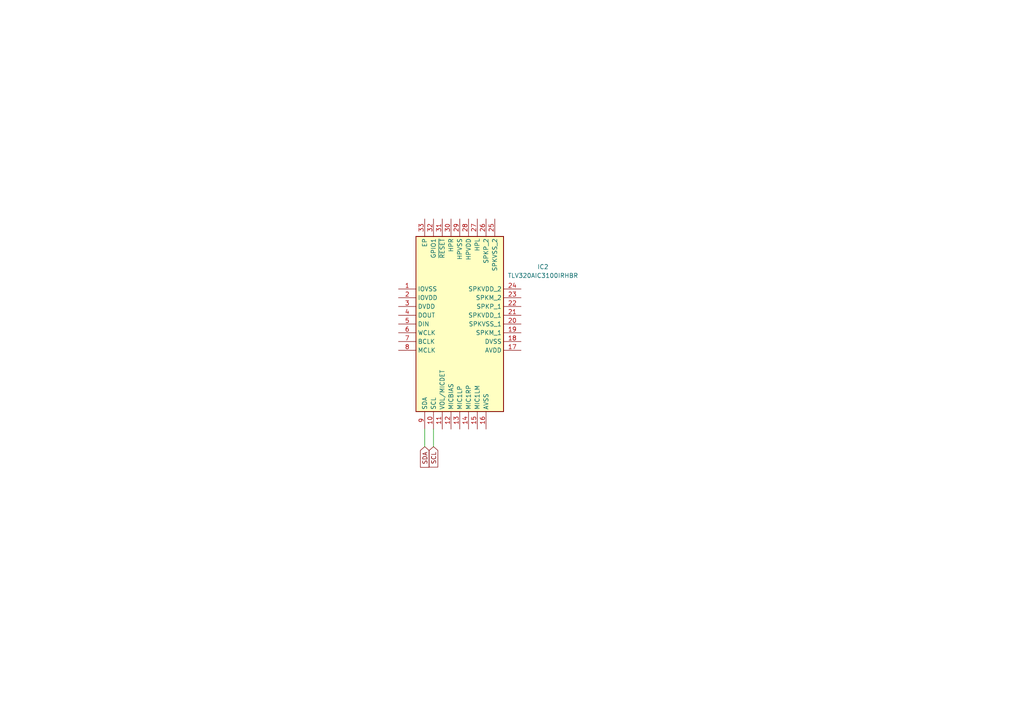
<source format=kicad_sch>
(kicad_sch (version 20250114) (generator "eeschema") (generator_version "9.0")
  (paper "A4")
  (lib_symbols
    (symbol "SamacSys_Parts:TLV320AIC3100IRHBR"
      (property "Reference" "IC" (at 31.75 20.32 0))
      (property "Value" "TLV320AIC3100IRHBR" (at 31.75 17.78 0))
      (symbol "TLV320AIC3100IRHBR_1_1"
        (rectangle (start 5.08 15.24) (end 30.48 -35.56) (stroke (width 0.254)) (fill (type background)))
        (pin passive line (at 0 0 0) (length 5.08) (name "IOVSS") (number "1"))
        (pin passive line (at 0 -2.54 0) (length 5.08) (name "IOVDD") (number "2"))
        (pin passive line (at 0 -5.08 0) (length 5.08) (name "DVDD") (number "3"))
        (pin passive line (at 0 -7.62 0) (length 5.08) (name "DOUT") (number "4"))
        (pin passive line (at 0 -10.16 0) (length 5.08) (name "DIN") (number "5"))
        (pin passive line (at 0 -12.7 0) (length 5.08) (name "WCLK") (number "6"))
        (pin passive line (at 0 -15.24 0) (length 5.08) (name "BCLK") (number "7"))
        (pin passive line (at 0 -17.78 0) (length 5.08) (name "MCLK") (number "8"))
        (pin passive line (at 7.62 20.32 270) (length 5.08) (name "EP") (number "33"))
        (pin passive line (at 7.62 -40.64 90) (length 5.08) (name "SDA") (number "9"))
        (pin passive line (at 10.16 20.32 270) (length 5.08) (name "GPIO1") (number "32"))
        (pin passive line (at 10.16 -40.64 90) (length 5.08) (name "SCL") (number "10"))
        (pin passive line (at 12.7 20.32 270) (length 5.08) (name "~{RESET}") (number "31"))
        (pin passive line (at 12.7 -40.64 90) (length 5.08) (name "VOL/MICDET") (number "11"))
        (pin passive line (at 15.24 20.32 270) (length 5.08) (name "HPR") (number "30"))
        (pin passive line (at 15.24 -40.64 90) (length 5.08) (name "MICBIAS") (number "12"))
        (pin passive line (at 17.78 20.32 270) (length 5.08) (name "HPVSS") (number "29"))
        (pin passive line (at 17.78 -40.64 90) (length 5.08) (name "MIC1LP") (number "13"))
        (pin passive line (at 20.32 20.32 270) (length 5.08) (name "HPVDD") (number "28"))
        (pin passive line (at 20.32 -40.64 90) (length 5.08) (name "MIC1RP") (number "14"))
        (pin passive line (at 22.86 20.32 270) (length 5.08) (name "HPL") (number "27"))
        (pin passive line (at 22.86 -40.64 90) (length 5.08) (name "MIC1LM") (number "15"))
        (pin passive line (at 25.4 20.32 270) (length 5.08) (name "SPKP_2") (number "26"))
        (pin passive line (at 25.4 -40.64 90) (length 5.08) (name "AVSS") (number "16"))
        (pin passive line (at 27.94 20.32 270) (length 5.08) (name "SPKVSS_2") (number "25"))
        (pin passive line (at 35.56 0 180) (length 5.08) (name "SPKVDD_2") (number "24"))
        (pin passive line (at 35.56 -2.54 180) (length 5.08) (name "SPKM_2") (number "23"))
        (pin passive line (at 35.56 -5.08 180) (length 5.08) (name "SPKP_1") (number "22"))
        (pin passive line (at 35.56 -7.62 180) (length 5.08) (name "SPKVDD_1") (number "21"))
        (pin passive line (at 35.56 -10.16 180) (length 5.08) (name "SPKVSS_1") (number "20"))
        (pin passive line (at 35.56 -12.7 180) (length 5.08) (name "SPKM_1") (number "19"))
        (pin passive line (at 35.56 -15.24 180) (length 5.08) (name "DVSS") (number "18"))
        (pin passive line (at 35.56 -17.78 180) (length 5.08) (name "AVDD") (number "17"))
      )
    )
  )
  (wire (pts (xy 125.73 124.46) (xy 125.73 129.54)))
  (wire (pts (xy 123.19 124.46) (xy 123.19 129.54)))
  (global_label "SCL" (shape input) (at 125.73 129.54 270) (property "Intersheetrefs" "${INTERSHEET_REFS}" (effects (hide yes))))
  (global_label "SDA" (shape input) (at 123.19 129.54 270) (property "Intersheetrefs" "${INTERSHEET_REFS}" (effects (hide yes))))
  (symbol (lib_id "SamacSys_Parts:TLV320AIC3100IRHBR") (at 115.57 83.82 0) (unit 1)
    (property "Reference" "IC2" (at 157.48 77.3998 0))
    (property "Value" "TLV320AIC3100IRHBR" (at 157.48 79.9398 0))
    (property "Footprint" "QFN50P500X500X100-33N-D" (effects (hide yes)))
    (property "Datasheet" "http://www.ti.com/lit/gpn/tlv320aic3100" (effects (hide yes)))
    (property "Description" "Low-Power Audio Codec With Audio Processing and Mono Class-D Amplifier" (effects (hide yes)))
    (property "Height" "1" (effects (hide yes)))
    (property "Mouser Part Number" "595-V320AIC3100IRHBR" (effects (hide yes)))
    (property "Mouser Price/Stock" "https://www.mouser.co.uk/ProductDetail/Texas-Instruments/TLV320AIC3100IRHBR?qs=%2Fqzd9s%252BcLd5EdUOR7vqHMg%3D%3D" (effects (hide yes)))
    (property "Manufacturer_Name" "Texas Instruments" (effects (hide yes)))
    (property "Manufacturer_Part_Number" "TLV320AIC3100IRHBR" (effects (hide yes)))
  )
)
</source>
